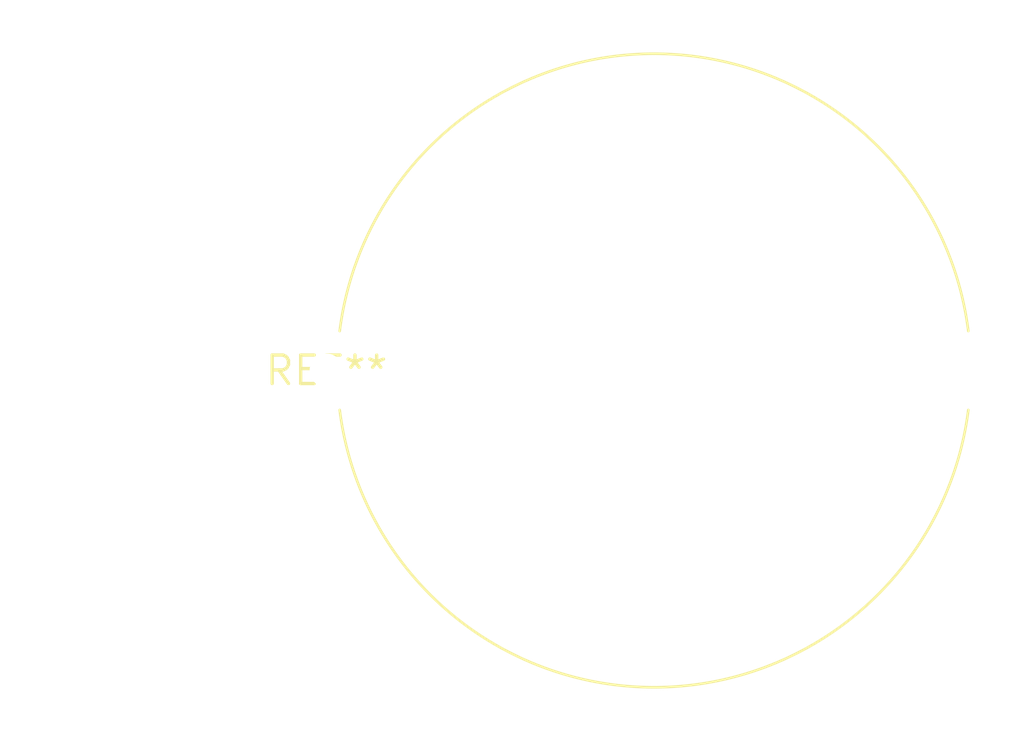
<source format=kicad_pcb>
(kicad_pcb (version 20240108) (generator pcbnew)
  (layers (0 "F.Cu" signal) (31 "B.Cu" signal) (34 "B.Paste" user) (35 "F.Paste" user) (36 "B.SilkS" user "B.Silkscreen") (37 "F.SilkS" user "F.Silkscreen") (38 "B.Mask" user) (39 "F.Mask" user) (44 "Edge.Cuts" user))
  (net 0 "")
  (footprint "L_Radial_D28.0mm_P29.20mm" (layer "F.Cu") (at 0 0)
    (property "Reference" "REF**")
    (property "Value" "L_Radial_D28.0mm_P29.20mm")
    (fp_arc (start 0.590118 -1.76) (mid 14.6 -14.12) (end 28.609882 -1.76) (layer "F.SilkS") (stroke (width 0.12)))
    (fp_arc (start 28.609882 1.76) (mid 14.6 14.12) (end 0.590118 1.76) (layer "F.SilkS") (stroke (width 0.12)))
    (pad "1" thru_hole circle (at 0 0) (size 3 3) (drill 1.5) (layers *.Cu *.Mask) (remove_unused_layers))
    (pad "2" thru_hole circle (at 29.2 0) (size 3 3) (drill 1.5) (layers *.Cu *.Mask) (remove_unused_layers))
  )
)
</source>
